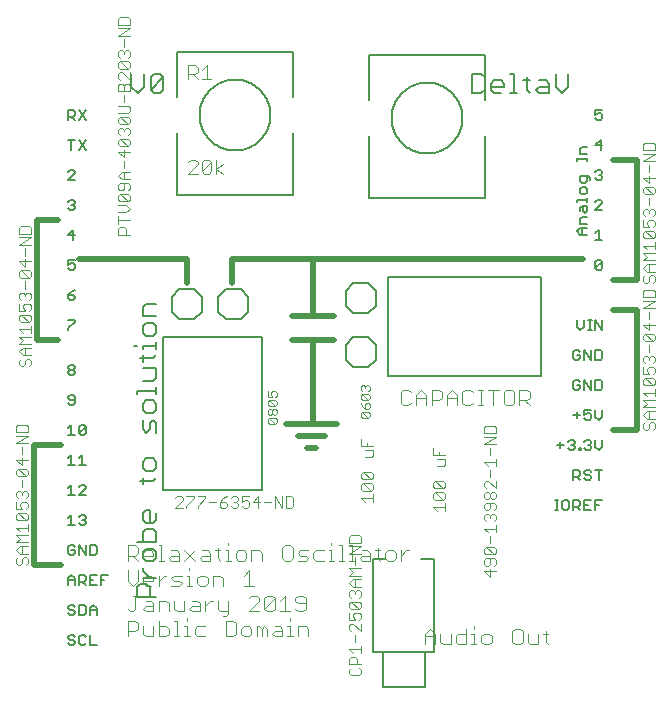
<source format=gto>
G75*
%MOIN*%
%OFA0B0*%
%FSLAX25Y25*%
%IPPOS*%
%LPD*%
%AMOC8*
5,1,8,0,0,1.08239X$1,22.5*
%
%ADD10C,0.02000*%
%ADD11C,0.00300*%
%ADD12C,0.00400*%
%ADD13C,0.00600*%
%ADD14C,0.00800*%
%ADD15C,0.00500*%
D10*
X0036000Y0127524D02*
X0036000Y0167524D01*
X0045000Y0167524D01*
X0044000Y0202524D02*
X0037000Y0202524D01*
X0037000Y0242524D01*
X0044000Y0242524D01*
X0051000Y0229524D02*
X0087000Y0229524D01*
X0087000Y0221524D01*
X0102000Y0221524D02*
X0102000Y0229524D01*
X0129000Y0229524D01*
X0219000Y0229524D01*
X0229000Y0222524D02*
X0237000Y0222524D01*
X0237000Y0262524D01*
X0229000Y0262524D01*
X0229000Y0212524D02*
X0237000Y0212524D01*
X0237000Y0172524D01*
X0229000Y0172524D01*
X0137000Y0174524D02*
X0120000Y0174524D01*
X0124000Y0170524D02*
X0133000Y0170524D01*
X0130000Y0166524D02*
X0127000Y0166524D01*
X0129000Y0175524D02*
X0129000Y0202524D01*
X0136000Y0202524D01*
X0129000Y0202524D02*
X0122000Y0202524D01*
X0122000Y0210524D02*
X0129000Y0210524D01*
X0136000Y0210524D01*
X0129000Y0210524D02*
X0129000Y0229524D01*
X0045000Y0127524D02*
X0036000Y0127524D01*
D11*
X0033850Y0128291D02*
X0033850Y0129525D01*
X0033233Y0130142D01*
X0032616Y0130142D01*
X0031998Y0129525D01*
X0031998Y0128291D01*
X0031381Y0127674D01*
X0030764Y0127674D01*
X0030147Y0128291D01*
X0030147Y0129525D01*
X0030764Y0130142D01*
X0031381Y0131357D02*
X0030147Y0132591D01*
X0031381Y0133826D01*
X0033850Y0133826D01*
X0033850Y0135040D02*
X0030147Y0135040D01*
X0031381Y0136274D01*
X0030147Y0137509D01*
X0033850Y0137509D01*
X0033850Y0138723D02*
X0033850Y0141192D01*
X0033850Y0139957D02*
X0030147Y0139957D01*
X0031381Y0138723D01*
X0030764Y0142406D02*
X0030147Y0143023D01*
X0030147Y0144258D01*
X0030764Y0144875D01*
X0033233Y0142406D01*
X0033850Y0143023D01*
X0033850Y0144258D01*
X0033233Y0144875D01*
X0030764Y0144875D01*
X0030147Y0146089D02*
X0031998Y0146089D01*
X0031381Y0147324D01*
X0031381Y0147941D01*
X0031998Y0148558D01*
X0033233Y0148558D01*
X0033850Y0147941D01*
X0033850Y0146707D01*
X0033233Y0146089D01*
X0030147Y0146089D02*
X0030147Y0148558D01*
X0030764Y0149772D02*
X0030147Y0150390D01*
X0030147Y0151624D01*
X0030764Y0152241D01*
X0031381Y0152241D01*
X0031998Y0151624D01*
X0032616Y0152241D01*
X0033233Y0152241D01*
X0033850Y0151624D01*
X0033850Y0150390D01*
X0033233Y0149772D01*
X0031998Y0151007D02*
X0031998Y0151624D01*
X0031998Y0153456D02*
X0031998Y0155924D01*
X0030764Y0157139D02*
X0030147Y0157756D01*
X0030147Y0158990D01*
X0030764Y0159608D01*
X0033233Y0157139D01*
X0033850Y0157756D01*
X0033850Y0158990D01*
X0033233Y0159608D01*
X0030764Y0159608D01*
X0031998Y0160822D02*
X0031998Y0163291D01*
X0031998Y0164505D02*
X0031998Y0166974D01*
X0030147Y0168188D02*
X0033850Y0170657D01*
X0030147Y0170657D01*
X0030147Y0171871D02*
X0030147Y0173723D01*
X0030764Y0174340D01*
X0033233Y0174340D01*
X0033850Y0173723D01*
X0033850Y0171871D01*
X0030147Y0171871D01*
X0030147Y0168188D02*
X0033850Y0168188D01*
X0033850Y0162673D02*
X0030147Y0162673D01*
X0031998Y0160822D01*
X0033233Y0157139D02*
X0030764Y0157139D01*
X0030764Y0142406D02*
X0033233Y0142406D01*
X0031998Y0133826D02*
X0031998Y0131357D01*
X0031381Y0131357D02*
X0033850Y0131357D01*
X0033850Y0128291D02*
X0033233Y0127674D01*
X0083150Y0146674D02*
X0085619Y0149142D01*
X0085619Y0149760D01*
X0085002Y0150377D01*
X0083767Y0150377D01*
X0083150Y0149760D01*
X0083150Y0146674D02*
X0085619Y0146674D01*
X0086833Y0146674D02*
X0086833Y0147291D01*
X0089302Y0149760D01*
X0089302Y0150377D01*
X0086833Y0150377D01*
X0090516Y0150377D02*
X0092985Y0150377D01*
X0092985Y0149760D01*
X0090516Y0147291D01*
X0090516Y0146674D01*
X0094199Y0148525D02*
X0096668Y0148525D01*
X0097883Y0148525D02*
X0099734Y0148525D01*
X0100351Y0147908D01*
X0100351Y0147291D01*
X0099734Y0146674D01*
X0098500Y0146674D01*
X0097883Y0147291D01*
X0097883Y0148525D01*
X0099117Y0149760D01*
X0100351Y0150377D01*
X0101566Y0149760D02*
X0102183Y0150377D01*
X0103417Y0150377D01*
X0104034Y0149760D01*
X0104034Y0149142D01*
X0103417Y0148525D01*
X0104034Y0147908D01*
X0104034Y0147291D01*
X0103417Y0146674D01*
X0102183Y0146674D01*
X0101566Y0147291D01*
X0102800Y0148525D02*
X0103417Y0148525D01*
X0105249Y0148525D02*
X0106483Y0149142D01*
X0107100Y0149142D01*
X0107718Y0148525D01*
X0107718Y0147291D01*
X0107100Y0146674D01*
X0105866Y0146674D01*
X0105249Y0147291D01*
X0105249Y0148525D02*
X0105249Y0150377D01*
X0107718Y0150377D01*
X0108932Y0148525D02*
X0111401Y0148525D01*
X0112615Y0148525D02*
X0115084Y0148525D01*
X0116298Y0146674D02*
X0116298Y0150377D01*
X0118767Y0146674D01*
X0118767Y0150377D01*
X0119981Y0150377D02*
X0121833Y0150377D01*
X0122450Y0149760D01*
X0122450Y0147291D01*
X0121833Y0146674D01*
X0119981Y0146674D01*
X0119981Y0150377D01*
X0110784Y0150377D02*
X0110784Y0146674D01*
X0108932Y0148525D02*
X0110784Y0150377D01*
X0114431Y0174674D02*
X0113948Y0175157D01*
X0113948Y0176125D01*
X0114431Y0176609D01*
X0116366Y0174674D01*
X0116850Y0175157D01*
X0116850Y0176125D01*
X0116366Y0176609D01*
X0114431Y0176609D01*
X0114431Y0177620D02*
X0114915Y0177620D01*
X0115399Y0178104D01*
X0115399Y0179071D01*
X0115883Y0179555D01*
X0116366Y0179555D01*
X0116850Y0179071D01*
X0116850Y0178104D01*
X0116366Y0177620D01*
X0115883Y0177620D01*
X0115399Y0178104D01*
X0115399Y0179071D02*
X0114915Y0179555D01*
X0114431Y0179555D01*
X0113948Y0179071D01*
X0113948Y0178104D01*
X0114431Y0177620D01*
X0114431Y0174674D02*
X0116366Y0174674D01*
X0116366Y0180567D02*
X0114431Y0180567D01*
X0113948Y0181050D01*
X0113948Y0182018D01*
X0114431Y0182502D01*
X0116366Y0180567D01*
X0116850Y0181050D01*
X0116850Y0182018D01*
X0116366Y0182502D01*
X0114431Y0182502D01*
X0113948Y0183513D02*
X0115399Y0183513D01*
X0114915Y0184481D01*
X0114915Y0184964D01*
X0115399Y0185448D01*
X0116366Y0185448D01*
X0116850Y0184964D01*
X0116850Y0183997D01*
X0116366Y0183513D01*
X0113948Y0183513D02*
X0113948Y0185448D01*
X0144948Y0185997D02*
X0144948Y0186964D01*
X0145431Y0187448D01*
X0145915Y0187448D01*
X0146399Y0186964D01*
X0146883Y0187448D01*
X0147366Y0187448D01*
X0147850Y0186964D01*
X0147850Y0185997D01*
X0147366Y0185513D01*
X0147366Y0184502D02*
X0145431Y0184502D01*
X0147366Y0182567D01*
X0147850Y0183050D01*
X0147850Y0184018D01*
X0147366Y0184502D01*
X0145431Y0184502D02*
X0144948Y0184018D01*
X0144948Y0183050D01*
X0145431Y0182567D01*
X0147366Y0182567D01*
X0147366Y0181555D02*
X0146883Y0181555D01*
X0146399Y0181071D01*
X0146399Y0179620D01*
X0147366Y0179620D01*
X0147850Y0180104D01*
X0147850Y0181071D01*
X0147366Y0181555D01*
X0145431Y0180588D02*
X0146399Y0179620D01*
X0145431Y0180588D02*
X0144948Y0181555D01*
X0145431Y0178609D02*
X0147366Y0176674D01*
X0147850Y0177157D01*
X0147850Y0178125D01*
X0147366Y0178609D01*
X0145431Y0178609D01*
X0144948Y0178125D01*
X0144948Y0177157D01*
X0145431Y0176674D01*
X0147366Y0176674D01*
X0145147Y0169558D02*
X0145147Y0167089D01*
X0148850Y0167089D01*
X0148850Y0165875D02*
X0146381Y0165875D01*
X0146998Y0167089D02*
X0146998Y0168324D01*
X0148850Y0165875D02*
X0148850Y0164023D01*
X0148233Y0163406D01*
X0146381Y0163406D01*
X0145764Y0158509D02*
X0145147Y0157891D01*
X0145147Y0156657D01*
X0145764Y0156040D01*
X0148233Y0156040D01*
X0145764Y0158509D01*
X0148233Y0158509D01*
X0148850Y0157891D01*
X0148850Y0156657D01*
X0148233Y0156040D01*
X0148233Y0154826D02*
X0148850Y0154208D01*
X0148850Y0152974D01*
X0148233Y0152357D01*
X0145764Y0154826D01*
X0148233Y0154826D01*
X0145764Y0154826D02*
X0145147Y0154208D01*
X0145147Y0152974D01*
X0145764Y0152357D01*
X0148233Y0152357D01*
X0148850Y0151142D02*
X0148850Y0148674D01*
X0148850Y0149908D02*
X0145147Y0149908D01*
X0146381Y0148674D01*
X0144233Y0137459D02*
X0141764Y0137459D01*
X0141147Y0136842D01*
X0141147Y0134990D01*
X0144850Y0134990D01*
X0144850Y0136842D01*
X0144233Y0137459D01*
X0144850Y0133776D02*
X0141147Y0133776D01*
X0141147Y0131307D02*
X0144850Y0133776D01*
X0144850Y0131307D02*
X0141147Y0131307D01*
X0142998Y0130093D02*
X0142998Y0127624D01*
X0141147Y0126410D02*
X0144850Y0126410D01*
X0144850Y0123941D02*
X0141147Y0123941D01*
X0142381Y0125175D01*
X0141147Y0126410D01*
X0142381Y0122727D02*
X0144850Y0122727D01*
X0142998Y0122727D02*
X0142998Y0120258D01*
X0142381Y0120258D02*
X0144850Y0120258D01*
X0144233Y0119043D02*
X0144850Y0118426D01*
X0144850Y0117192D01*
X0144233Y0116575D01*
X0144233Y0115360D02*
X0141764Y0115360D01*
X0144233Y0112892D01*
X0144850Y0113509D01*
X0144850Y0114743D01*
X0144233Y0115360D01*
X0144233Y0112892D02*
X0141764Y0112892D01*
X0141147Y0113509D01*
X0141147Y0114743D01*
X0141764Y0115360D01*
X0141764Y0116575D02*
X0141147Y0117192D01*
X0141147Y0118426D01*
X0141764Y0119043D01*
X0142381Y0119043D01*
X0142998Y0118426D01*
X0143616Y0119043D01*
X0144233Y0119043D01*
X0142998Y0118426D02*
X0142998Y0117809D01*
X0142381Y0120258D02*
X0141147Y0121492D01*
X0142381Y0122727D01*
X0142998Y0111677D02*
X0142381Y0111060D01*
X0142381Y0110443D01*
X0142998Y0109208D01*
X0141147Y0109208D01*
X0141147Y0111677D01*
X0142998Y0111677D02*
X0144233Y0111677D01*
X0144850Y0111060D01*
X0144850Y0109826D01*
X0144233Y0109208D01*
X0144850Y0107994D02*
X0144850Y0105525D01*
X0142381Y0107994D01*
X0141764Y0107994D01*
X0141147Y0107377D01*
X0141147Y0106142D01*
X0141764Y0105525D01*
X0142998Y0104311D02*
X0142998Y0101842D01*
X0144850Y0100628D02*
X0144850Y0098159D01*
X0144850Y0099393D02*
X0141147Y0099393D01*
X0142381Y0098159D01*
X0141764Y0096945D02*
X0142998Y0096945D01*
X0143616Y0096327D01*
X0143616Y0094476D01*
X0144850Y0094476D02*
X0141147Y0094476D01*
X0141147Y0096327D01*
X0141764Y0096945D01*
X0141764Y0093261D02*
X0141147Y0092644D01*
X0141147Y0091410D01*
X0141764Y0090793D01*
X0144233Y0090793D01*
X0144850Y0091410D01*
X0144850Y0092644D01*
X0144233Y0093261D01*
X0186147Y0125525D02*
X0187998Y0123674D01*
X0187998Y0126142D01*
X0187381Y0127357D02*
X0187998Y0127974D01*
X0187998Y0129826D01*
X0186764Y0129826D02*
X0189233Y0129826D01*
X0189850Y0129208D01*
X0189850Y0127974D01*
X0189233Y0127357D01*
X0187381Y0127357D02*
X0186764Y0127357D01*
X0186147Y0127974D01*
X0186147Y0129208D01*
X0186764Y0129826D01*
X0186764Y0131040D02*
X0186147Y0131657D01*
X0186147Y0132891D01*
X0186764Y0133509D01*
X0189233Y0131040D01*
X0189850Y0131657D01*
X0189850Y0132891D01*
X0189233Y0133509D01*
X0186764Y0133509D01*
X0187998Y0134723D02*
X0187998Y0137192D01*
X0187381Y0138406D02*
X0186147Y0139641D01*
X0189850Y0139641D01*
X0189850Y0140875D02*
X0189850Y0138406D01*
X0189233Y0142089D02*
X0189850Y0142707D01*
X0189850Y0143941D01*
X0189233Y0144558D01*
X0188616Y0144558D01*
X0187998Y0143941D01*
X0187998Y0143324D01*
X0187998Y0143941D02*
X0187381Y0144558D01*
X0186764Y0144558D01*
X0186147Y0143941D01*
X0186147Y0142707D01*
X0186764Y0142089D01*
X0186764Y0145772D02*
X0187381Y0145772D01*
X0187998Y0146390D01*
X0187998Y0148241D01*
X0186764Y0148241D02*
X0189233Y0148241D01*
X0189850Y0147624D01*
X0189850Y0146390D01*
X0189233Y0145772D01*
X0186764Y0145772D02*
X0186147Y0146390D01*
X0186147Y0147624D01*
X0186764Y0148241D01*
X0186764Y0149456D02*
X0187381Y0149456D01*
X0187998Y0150073D01*
X0187998Y0151307D01*
X0188616Y0151924D01*
X0189233Y0151924D01*
X0189850Y0151307D01*
X0189850Y0150073D01*
X0189233Y0149456D01*
X0188616Y0149456D01*
X0187998Y0150073D01*
X0187998Y0151307D02*
X0187381Y0151924D01*
X0186764Y0151924D01*
X0186147Y0151307D01*
X0186147Y0150073D01*
X0186764Y0149456D01*
X0186764Y0153139D02*
X0186147Y0153756D01*
X0186147Y0154990D01*
X0186764Y0155608D01*
X0187381Y0155608D01*
X0189850Y0153139D01*
X0189850Y0155608D01*
X0187998Y0156822D02*
X0187998Y0159291D01*
X0187381Y0160505D02*
X0186147Y0161739D01*
X0189850Y0161739D01*
X0189850Y0160505D02*
X0189850Y0162974D01*
X0187998Y0164188D02*
X0187998Y0166657D01*
X0186147Y0167871D02*
X0189850Y0170340D01*
X0186147Y0170340D01*
X0186147Y0171555D02*
X0186147Y0173406D01*
X0186764Y0174023D01*
X0189233Y0174023D01*
X0189850Y0173406D01*
X0189850Y0171555D01*
X0186147Y0171555D01*
X0186147Y0167871D02*
X0189850Y0167871D01*
X0172850Y0164089D02*
X0169147Y0164089D01*
X0169147Y0166558D01*
X0170998Y0165324D02*
X0170998Y0164089D01*
X0170381Y0162875D02*
X0172850Y0162875D01*
X0172850Y0161023D01*
X0172233Y0160406D01*
X0170381Y0160406D01*
X0169764Y0155509D02*
X0172233Y0153040D01*
X0172850Y0153657D01*
X0172850Y0154891D01*
X0172233Y0155509D01*
X0169764Y0155509D01*
X0169147Y0154891D01*
X0169147Y0153657D01*
X0169764Y0153040D01*
X0172233Y0153040D01*
X0172233Y0151826D02*
X0172850Y0151208D01*
X0172850Y0149974D01*
X0172233Y0149357D01*
X0169764Y0151826D01*
X0172233Y0151826D01*
X0169764Y0151826D02*
X0169147Y0151208D01*
X0169147Y0149974D01*
X0169764Y0149357D01*
X0172233Y0149357D01*
X0172850Y0148142D02*
X0172850Y0145674D01*
X0172850Y0146908D02*
X0169147Y0146908D01*
X0170381Y0145674D01*
X0186764Y0131040D02*
X0189233Y0131040D01*
X0189850Y0125525D02*
X0186147Y0125525D01*
X0145431Y0185513D02*
X0144948Y0185997D01*
X0146399Y0186481D02*
X0146399Y0186964D01*
X0067850Y0237674D02*
X0064147Y0237674D01*
X0064147Y0239525D01*
X0064764Y0240142D01*
X0065998Y0240142D01*
X0066616Y0239525D01*
X0066616Y0237674D01*
X0064147Y0241357D02*
X0064147Y0243826D01*
X0064147Y0245040D02*
X0066616Y0245040D01*
X0067850Y0246274D01*
X0066616Y0247509D01*
X0064147Y0247509D01*
X0064764Y0248723D02*
X0064147Y0249340D01*
X0064147Y0250575D01*
X0064764Y0251192D01*
X0067233Y0248723D01*
X0067850Y0249340D01*
X0067850Y0250575D01*
X0067233Y0251192D01*
X0064764Y0251192D01*
X0064764Y0252406D02*
X0065381Y0252406D01*
X0065998Y0253023D01*
X0065998Y0254875D01*
X0065998Y0256089D02*
X0065998Y0258558D01*
X0065381Y0258558D02*
X0067850Y0258558D01*
X0065998Y0259772D02*
X0065998Y0262241D01*
X0065998Y0263456D02*
X0065998Y0265924D01*
X0064764Y0267139D02*
X0064147Y0267756D01*
X0064147Y0268990D01*
X0064764Y0269608D01*
X0067233Y0267139D01*
X0067850Y0267756D01*
X0067850Y0268990D01*
X0067233Y0269608D01*
X0064764Y0269608D01*
X0064764Y0270822D02*
X0064147Y0271439D01*
X0064147Y0272673D01*
X0064764Y0273291D01*
X0065381Y0273291D01*
X0065998Y0272673D01*
X0066616Y0273291D01*
X0067233Y0273291D01*
X0067850Y0272673D01*
X0067850Y0271439D01*
X0067233Y0270822D01*
X0065998Y0272056D02*
X0065998Y0272673D01*
X0064764Y0274505D02*
X0064147Y0275122D01*
X0064147Y0276357D01*
X0064764Y0276974D01*
X0067233Y0274505D01*
X0067850Y0275122D01*
X0067850Y0276357D01*
X0067233Y0276974D01*
X0064764Y0276974D01*
X0064147Y0278188D02*
X0067233Y0278188D01*
X0067850Y0278805D01*
X0067850Y0280040D01*
X0067233Y0280657D01*
X0064147Y0280657D01*
X0065998Y0281871D02*
X0065998Y0284340D01*
X0065998Y0285555D02*
X0065998Y0287406D01*
X0066616Y0288023D01*
X0067233Y0288023D01*
X0067850Y0287406D01*
X0067850Y0285555D01*
X0064147Y0285555D01*
X0064147Y0287406D01*
X0064764Y0288023D01*
X0065381Y0288023D01*
X0065998Y0287406D01*
X0064764Y0289238D02*
X0064147Y0289855D01*
X0064147Y0291089D01*
X0064764Y0291706D01*
X0065381Y0291706D01*
X0067850Y0289238D01*
X0067850Y0291706D01*
X0067233Y0292921D02*
X0064764Y0295390D01*
X0067233Y0295390D01*
X0067850Y0294772D01*
X0067850Y0293538D01*
X0067233Y0292921D01*
X0064764Y0292921D01*
X0064147Y0293538D01*
X0064147Y0294772D01*
X0064764Y0295390D01*
X0064764Y0296604D02*
X0064147Y0297221D01*
X0064147Y0298456D01*
X0064764Y0299073D01*
X0065381Y0299073D01*
X0065998Y0298456D01*
X0066616Y0299073D01*
X0067233Y0299073D01*
X0067850Y0298456D01*
X0067850Y0297221D01*
X0067233Y0296604D01*
X0065998Y0297838D02*
X0065998Y0298456D01*
X0065998Y0300287D02*
X0065998Y0302756D01*
X0064147Y0303970D02*
X0067850Y0306439D01*
X0064147Y0306439D01*
X0064147Y0307653D02*
X0064147Y0309505D01*
X0064764Y0310122D01*
X0067233Y0310122D01*
X0067850Y0309505D01*
X0067850Y0307653D01*
X0064147Y0307653D01*
X0064147Y0303970D02*
X0067850Y0303970D01*
X0067233Y0274505D02*
X0064764Y0274505D01*
X0064764Y0267139D02*
X0067233Y0267139D01*
X0067850Y0265307D02*
X0064147Y0265307D01*
X0065998Y0263456D01*
X0065381Y0258558D02*
X0064147Y0257324D01*
X0065381Y0256089D01*
X0067850Y0256089D01*
X0067233Y0254875D02*
X0064764Y0254875D01*
X0064147Y0254258D01*
X0064147Y0253023D01*
X0064764Y0252406D01*
X0067233Y0252406D02*
X0067850Y0253023D01*
X0067850Y0254258D01*
X0067233Y0254875D01*
X0067233Y0248723D02*
X0064764Y0248723D01*
X0064147Y0242591D02*
X0067850Y0242591D01*
X0034850Y0239842D02*
X0034850Y0237990D01*
X0031147Y0237990D01*
X0031147Y0239842D01*
X0031764Y0240459D01*
X0034233Y0240459D01*
X0034850Y0239842D01*
X0034850Y0236776D02*
X0031147Y0236776D01*
X0031147Y0234307D02*
X0034850Y0236776D01*
X0034850Y0234307D02*
X0031147Y0234307D01*
X0032998Y0233093D02*
X0032998Y0230624D01*
X0032998Y0229410D02*
X0032998Y0226941D01*
X0031147Y0228793D01*
X0034850Y0228793D01*
X0034233Y0225727D02*
X0034850Y0225109D01*
X0034850Y0223875D01*
X0034233Y0223258D01*
X0031764Y0225727D01*
X0034233Y0225727D01*
X0031764Y0225727D02*
X0031147Y0225109D01*
X0031147Y0223875D01*
X0031764Y0223258D01*
X0034233Y0223258D01*
X0032998Y0222043D02*
X0032998Y0219575D01*
X0032381Y0218360D02*
X0031764Y0218360D01*
X0031147Y0217743D01*
X0031147Y0216509D01*
X0031764Y0215892D01*
X0031147Y0214677D02*
X0031147Y0212208D01*
X0032998Y0212208D01*
X0032381Y0213443D01*
X0032381Y0214060D01*
X0032998Y0214677D01*
X0034233Y0214677D01*
X0034850Y0214060D01*
X0034850Y0212826D01*
X0034233Y0212208D01*
X0034233Y0210994D02*
X0034850Y0210377D01*
X0034850Y0209142D01*
X0034233Y0208525D01*
X0031764Y0210994D01*
X0034233Y0210994D01*
X0034233Y0208525D02*
X0031764Y0208525D01*
X0031147Y0209142D01*
X0031147Y0210377D01*
X0031764Y0210994D01*
X0034233Y0215892D02*
X0034850Y0216509D01*
X0034850Y0217743D01*
X0034233Y0218360D01*
X0033616Y0218360D01*
X0032998Y0217743D01*
X0032998Y0217126D01*
X0032998Y0217743D02*
X0032381Y0218360D01*
X0034850Y0207311D02*
X0034850Y0204842D01*
X0034850Y0203628D02*
X0031147Y0203628D01*
X0032381Y0202393D01*
X0031147Y0201159D01*
X0034850Y0201159D01*
X0034850Y0199945D02*
X0032381Y0199945D01*
X0031147Y0198710D01*
X0032381Y0197476D01*
X0034850Y0197476D01*
X0034233Y0196261D02*
X0034850Y0195644D01*
X0034850Y0194410D01*
X0034233Y0193793D01*
X0032998Y0194410D02*
X0032381Y0193793D01*
X0031764Y0193793D01*
X0031147Y0194410D01*
X0031147Y0195644D01*
X0031764Y0196261D01*
X0032998Y0195644D02*
X0033616Y0196261D01*
X0034233Y0196261D01*
X0032998Y0195644D02*
X0032998Y0194410D01*
X0032998Y0197476D02*
X0032998Y0199945D01*
X0032381Y0204842D02*
X0031147Y0206077D01*
X0034850Y0206077D01*
X0239147Y0207673D02*
X0240998Y0205822D01*
X0240998Y0208291D01*
X0240998Y0209505D02*
X0240998Y0211974D01*
X0239147Y0213188D02*
X0242850Y0215657D01*
X0239147Y0215657D01*
X0239147Y0216871D02*
X0239147Y0218723D01*
X0239764Y0219340D01*
X0242233Y0219340D01*
X0242850Y0218723D01*
X0242850Y0216871D01*
X0239147Y0216871D01*
X0239764Y0221674D02*
X0240381Y0221674D01*
X0240998Y0222291D01*
X0240998Y0223525D01*
X0241616Y0224142D01*
X0242233Y0224142D01*
X0242850Y0223525D01*
X0242850Y0222291D01*
X0242233Y0221674D01*
X0239764Y0221674D02*
X0239147Y0222291D01*
X0239147Y0223525D01*
X0239764Y0224142D01*
X0240381Y0225357D02*
X0239147Y0226591D01*
X0240381Y0227826D01*
X0242850Y0227826D01*
X0242850Y0229040D02*
X0239147Y0229040D01*
X0240381Y0230274D01*
X0239147Y0231509D01*
X0242850Y0231509D01*
X0242850Y0232723D02*
X0242850Y0235192D01*
X0242850Y0233957D02*
X0239147Y0233957D01*
X0240381Y0232723D01*
X0239764Y0236406D02*
X0239147Y0237023D01*
X0239147Y0238258D01*
X0239764Y0238875D01*
X0242233Y0236406D01*
X0242850Y0237023D01*
X0242850Y0238258D01*
X0242233Y0238875D01*
X0239764Y0238875D01*
X0239147Y0240089D02*
X0240998Y0240089D01*
X0240381Y0241324D01*
X0240381Y0241941D01*
X0240998Y0242558D01*
X0242233Y0242558D01*
X0242850Y0241941D01*
X0242850Y0240707D01*
X0242233Y0240089D01*
X0239147Y0240089D02*
X0239147Y0242558D01*
X0239764Y0243772D02*
X0239147Y0244390D01*
X0239147Y0245624D01*
X0239764Y0246241D01*
X0240381Y0246241D01*
X0240998Y0245624D01*
X0241616Y0246241D01*
X0242233Y0246241D01*
X0242850Y0245624D01*
X0242850Y0244390D01*
X0242233Y0243772D01*
X0240998Y0245007D02*
X0240998Y0245624D01*
X0240998Y0247456D02*
X0240998Y0249924D01*
X0239764Y0251139D02*
X0239147Y0251756D01*
X0239147Y0252990D01*
X0239764Y0253608D01*
X0242233Y0251139D01*
X0242850Y0251756D01*
X0242850Y0252990D01*
X0242233Y0253608D01*
X0239764Y0253608D01*
X0240998Y0254822D02*
X0240998Y0257291D01*
X0240998Y0258505D02*
X0240998Y0260974D01*
X0239147Y0262188D02*
X0242850Y0264657D01*
X0239147Y0264657D01*
X0239147Y0265871D02*
X0239147Y0267723D01*
X0239764Y0268340D01*
X0242233Y0268340D01*
X0242850Y0267723D01*
X0242850Y0265871D01*
X0239147Y0265871D01*
X0239147Y0262188D02*
X0242850Y0262188D01*
X0242850Y0256673D02*
X0239147Y0256673D01*
X0240998Y0254822D01*
X0242233Y0251139D02*
X0239764Y0251139D01*
X0239764Y0236406D02*
X0242233Y0236406D01*
X0240998Y0227826D02*
X0240998Y0225357D01*
X0240381Y0225357D02*
X0242850Y0225357D01*
X0242850Y0213188D02*
X0239147Y0213188D01*
X0239147Y0207673D02*
X0242850Y0207673D01*
X0242233Y0204608D02*
X0239764Y0204608D01*
X0242233Y0202139D01*
X0242850Y0202756D01*
X0242850Y0203990D01*
X0242233Y0204608D01*
X0239764Y0204608D02*
X0239147Y0203990D01*
X0239147Y0202756D01*
X0239764Y0202139D01*
X0242233Y0202139D01*
X0240998Y0200924D02*
X0240998Y0198456D01*
X0240381Y0197241D02*
X0240998Y0196624D01*
X0241616Y0197241D01*
X0242233Y0197241D01*
X0242850Y0196624D01*
X0242850Y0195390D01*
X0242233Y0194772D01*
X0242233Y0193558D02*
X0240998Y0193558D01*
X0240381Y0192941D01*
X0240381Y0192324D01*
X0240998Y0191089D01*
X0239147Y0191089D01*
X0239147Y0193558D01*
X0239764Y0194772D02*
X0239147Y0195390D01*
X0239147Y0196624D01*
X0239764Y0197241D01*
X0240381Y0197241D01*
X0240998Y0196624D02*
X0240998Y0196007D01*
X0242233Y0193558D02*
X0242850Y0192941D01*
X0242850Y0191707D01*
X0242233Y0191089D01*
X0242233Y0189875D02*
X0242850Y0189258D01*
X0242850Y0188023D01*
X0242233Y0187406D01*
X0239764Y0189875D01*
X0242233Y0189875D01*
X0242233Y0187406D02*
X0239764Y0187406D01*
X0239147Y0188023D01*
X0239147Y0189258D01*
X0239764Y0189875D01*
X0242850Y0186192D02*
X0242850Y0183723D01*
X0242850Y0182509D02*
X0239147Y0182509D01*
X0240381Y0181274D01*
X0239147Y0180040D01*
X0242850Y0180040D01*
X0242850Y0178826D02*
X0240381Y0178826D01*
X0239147Y0177591D01*
X0240381Y0176357D01*
X0242850Y0176357D01*
X0242233Y0175142D02*
X0242850Y0174525D01*
X0242850Y0173291D01*
X0242233Y0172674D01*
X0240998Y0173291D02*
X0240998Y0174525D01*
X0241616Y0175142D01*
X0242233Y0175142D01*
X0240998Y0176357D02*
X0240998Y0178826D01*
X0240381Y0183723D02*
X0239147Y0184957D01*
X0242850Y0184957D01*
X0239764Y0175142D02*
X0239147Y0174525D01*
X0239147Y0173291D01*
X0239764Y0172674D01*
X0240381Y0172674D01*
X0240998Y0173291D01*
D12*
X0201202Y0180724D02*
X0199467Y0182458D01*
X0200335Y0182458D02*
X0197732Y0182458D01*
X0197732Y0180724D02*
X0197732Y0185928D01*
X0200335Y0185928D01*
X0201202Y0185061D01*
X0201202Y0183326D01*
X0200335Y0182458D01*
X0196046Y0181591D02*
X0196046Y0185061D01*
X0195178Y0185928D01*
X0193443Y0185928D01*
X0192576Y0185061D01*
X0192576Y0181591D01*
X0193443Y0180724D01*
X0195178Y0180724D01*
X0196046Y0181591D01*
X0190889Y0185928D02*
X0187420Y0185928D01*
X0185717Y0185928D02*
X0183982Y0185928D01*
X0184849Y0185928D02*
X0184849Y0180724D01*
X0183982Y0180724D02*
X0185717Y0180724D01*
X0189154Y0180724D02*
X0189154Y0185928D01*
X0182295Y0185061D02*
X0181428Y0185928D01*
X0179693Y0185928D01*
X0178826Y0185061D01*
X0178826Y0181591D01*
X0179693Y0180724D01*
X0181428Y0180724D01*
X0182295Y0181591D01*
X0177139Y0180724D02*
X0177139Y0184193D01*
X0175404Y0185928D01*
X0173669Y0184193D01*
X0173669Y0180724D01*
X0173669Y0183326D02*
X0177139Y0183326D01*
X0171982Y0183326D02*
X0171115Y0182458D01*
X0168513Y0182458D01*
X0168513Y0180724D02*
X0168513Y0185928D01*
X0171115Y0185928D01*
X0171982Y0185061D01*
X0171982Y0183326D01*
X0166826Y0183326D02*
X0163356Y0183326D01*
X0163356Y0184193D02*
X0165091Y0185928D01*
X0166826Y0184193D01*
X0166826Y0180724D01*
X0163356Y0180724D02*
X0163356Y0184193D01*
X0161670Y0185061D02*
X0160802Y0185928D01*
X0159067Y0185928D01*
X0158200Y0185061D01*
X0158200Y0181591D01*
X0159067Y0180724D01*
X0160802Y0180724D01*
X0161670Y0181591D01*
X0135101Y0134995D02*
X0135101Y0134128D01*
X0135101Y0132393D02*
X0135101Y0128924D01*
X0135968Y0128924D02*
X0134233Y0128924D01*
X0132546Y0128924D02*
X0129944Y0128924D01*
X0129077Y0129791D01*
X0129077Y0131526D01*
X0129944Y0132393D01*
X0132546Y0132393D01*
X0134233Y0132393D02*
X0135101Y0132393D01*
X0137671Y0134128D02*
X0138538Y0134128D01*
X0138538Y0128924D01*
X0137671Y0128924D02*
X0139406Y0128924D01*
X0141108Y0128924D02*
X0142843Y0128924D01*
X0141976Y0128924D02*
X0141976Y0134128D01*
X0141108Y0134128D01*
X0145413Y0132393D02*
X0147148Y0132393D01*
X0148016Y0131526D01*
X0148016Y0128924D01*
X0145413Y0128924D01*
X0144546Y0129791D01*
X0145413Y0130658D01*
X0148016Y0130658D01*
X0149702Y0132393D02*
X0151437Y0132393D01*
X0150570Y0133261D02*
X0150570Y0129791D01*
X0151437Y0128924D01*
X0153140Y0129791D02*
X0154007Y0128924D01*
X0155742Y0128924D01*
X0156610Y0129791D01*
X0156610Y0131526D01*
X0155742Y0132393D01*
X0154007Y0132393D01*
X0153140Y0131526D01*
X0153140Y0129791D01*
X0158296Y0128924D02*
X0158296Y0132393D01*
X0158296Y0130658D02*
X0160031Y0132393D01*
X0160899Y0132393D01*
X0167965Y0106328D02*
X0166230Y0104593D01*
X0166230Y0101124D01*
X0166230Y0103726D02*
X0169700Y0103726D01*
X0169700Y0104593D02*
X0169700Y0101124D01*
X0171386Y0101991D02*
X0171386Y0104593D01*
X0169700Y0104593D02*
X0167965Y0106328D01*
X0171386Y0101991D02*
X0172254Y0101124D01*
X0174856Y0101124D01*
X0174856Y0104593D01*
X0176543Y0103726D02*
X0176543Y0101991D01*
X0177410Y0101124D01*
X0180012Y0101124D01*
X0180012Y0106328D01*
X0180012Y0104593D02*
X0177410Y0104593D01*
X0176543Y0103726D01*
X0181699Y0104593D02*
X0182567Y0104593D01*
X0182567Y0101124D01*
X0183434Y0101124D02*
X0181699Y0101124D01*
X0182567Y0106328D02*
X0182567Y0107195D01*
X0186004Y0104593D02*
X0185137Y0103726D01*
X0185137Y0101991D01*
X0186004Y0101124D01*
X0187739Y0101124D01*
X0188606Y0101991D01*
X0188606Y0103726D01*
X0187739Y0104593D01*
X0186004Y0104593D01*
X0195450Y0105461D02*
X0195450Y0101991D01*
X0196317Y0101124D01*
X0198052Y0101124D01*
X0198919Y0101991D01*
X0198919Y0105461D01*
X0198052Y0106328D01*
X0196317Y0106328D01*
X0195450Y0105461D01*
X0200606Y0104593D02*
X0200606Y0101991D01*
X0201473Y0101124D01*
X0204076Y0101124D01*
X0204076Y0104593D01*
X0205762Y0104593D02*
X0207497Y0104593D01*
X0206630Y0105461D02*
X0206630Y0101991D01*
X0207497Y0101124D01*
X0127390Y0103724D02*
X0127390Y0106326D01*
X0126523Y0107193D01*
X0123920Y0107193D01*
X0123920Y0103724D01*
X0122218Y0103724D02*
X0120483Y0103724D01*
X0121350Y0103724D02*
X0121350Y0107193D01*
X0120483Y0107193D01*
X0118796Y0106326D02*
X0118796Y0103724D01*
X0116194Y0103724D01*
X0115326Y0104591D01*
X0116194Y0105458D01*
X0118796Y0105458D01*
X0118796Y0106326D02*
X0117929Y0107193D01*
X0116194Y0107193D01*
X0113640Y0106326D02*
X0113640Y0103724D01*
X0111905Y0103724D02*
X0111905Y0106326D01*
X0112772Y0107193D01*
X0113640Y0106326D01*
X0111905Y0106326D02*
X0111037Y0107193D01*
X0110170Y0107193D01*
X0110170Y0103724D01*
X0108483Y0104591D02*
X0108483Y0106326D01*
X0107616Y0107193D01*
X0105881Y0107193D01*
X0105014Y0106326D01*
X0105014Y0104591D01*
X0105881Y0103724D01*
X0107616Y0103724D01*
X0108483Y0104591D01*
X0107592Y0112124D02*
X0111061Y0115593D01*
X0111061Y0116461D01*
X0110194Y0117328D01*
X0108459Y0117328D01*
X0107592Y0116461D01*
X0107608Y0120524D02*
X0107608Y0125728D01*
X0105873Y0123993D01*
X0105873Y0120524D02*
X0109343Y0120524D01*
X0112748Y0116461D02*
X0113616Y0117328D01*
X0115350Y0117328D01*
X0116218Y0116461D01*
X0112748Y0112991D01*
X0113616Y0112124D01*
X0115350Y0112124D01*
X0116218Y0112991D01*
X0116218Y0116461D01*
X0117905Y0115593D02*
X0119639Y0117328D01*
X0119639Y0112124D01*
X0117905Y0112124D02*
X0121374Y0112124D01*
X0123061Y0112991D02*
X0123928Y0112124D01*
X0125663Y0112124D01*
X0126531Y0112991D01*
X0126531Y0116461D01*
X0125663Y0117328D01*
X0123928Y0117328D01*
X0123061Y0116461D01*
X0123061Y0115593D01*
X0123928Y0114726D01*
X0126531Y0114726D01*
X0121350Y0109795D02*
X0121350Y0108928D01*
X0112748Y0112991D02*
X0112748Y0116461D01*
X0111061Y0112124D02*
X0107592Y0112124D01*
X0103327Y0108061D02*
X0103327Y0104591D01*
X0102459Y0103724D01*
X0099857Y0103724D01*
X0099857Y0108928D01*
X0102459Y0108928D01*
X0103327Y0108061D01*
X0100749Y0111256D02*
X0099881Y0110389D01*
X0099014Y0110389D01*
X0100749Y0111256D02*
X0100749Y0115593D01*
X0100749Y0112124D02*
X0098146Y0112124D01*
X0097279Y0112991D01*
X0097279Y0115593D01*
X0095584Y0115593D02*
X0094717Y0115593D01*
X0092982Y0113858D01*
X0091295Y0113858D02*
X0088693Y0113858D01*
X0087826Y0112991D01*
X0088693Y0112124D01*
X0091295Y0112124D01*
X0091295Y0114726D01*
X0090428Y0115593D01*
X0088693Y0115593D01*
X0086139Y0115593D02*
X0086139Y0112124D01*
X0083537Y0112124D01*
X0082669Y0112991D01*
X0082669Y0115593D01*
X0080982Y0114726D02*
X0080982Y0112124D01*
X0080982Y0114726D02*
X0080115Y0115593D01*
X0077513Y0115593D01*
X0077513Y0112124D01*
X0075826Y0112124D02*
X0075826Y0114726D01*
X0074959Y0115593D01*
X0073224Y0115593D01*
X0073224Y0113858D02*
X0075826Y0113858D01*
X0075826Y0112124D02*
X0073224Y0112124D01*
X0072356Y0112991D01*
X0073224Y0113858D01*
X0069802Y0112991D02*
X0069802Y0117328D01*
X0068935Y0117328D02*
X0070670Y0117328D01*
X0068935Y0120524D02*
X0070670Y0122258D01*
X0070670Y0125728D01*
X0073224Y0123993D02*
X0074959Y0123993D01*
X0075826Y0123126D01*
X0075826Y0122258D01*
X0072356Y0122258D01*
X0072356Y0121391D02*
X0072356Y0123126D01*
X0073224Y0123993D01*
X0072356Y0121391D02*
X0073224Y0120524D01*
X0074959Y0120524D01*
X0077513Y0120524D02*
X0077513Y0123993D01*
X0077513Y0122258D02*
X0079248Y0123993D01*
X0080115Y0123993D01*
X0081810Y0123126D02*
X0082677Y0122258D01*
X0084412Y0122258D01*
X0085279Y0121391D01*
X0084412Y0120524D01*
X0081810Y0120524D01*
X0081810Y0123126D02*
X0082677Y0123993D01*
X0085279Y0123993D01*
X0086966Y0123993D02*
X0087834Y0123993D01*
X0087834Y0120524D01*
X0088701Y0120524D02*
X0086966Y0120524D01*
X0090404Y0121391D02*
X0090404Y0123126D01*
X0091271Y0123993D01*
X0093006Y0123993D01*
X0093873Y0123126D01*
X0093873Y0121391D01*
X0093006Y0120524D01*
X0091271Y0120524D01*
X0090404Y0121391D01*
X0087834Y0125728D02*
X0087834Y0126595D01*
X0086107Y0128924D02*
X0089576Y0132393D01*
X0092131Y0132393D02*
X0093865Y0132393D01*
X0094733Y0131526D01*
X0094733Y0128924D01*
X0092131Y0128924D01*
X0091263Y0129791D01*
X0092131Y0130658D01*
X0094733Y0130658D01*
X0096420Y0132393D02*
X0098154Y0132393D01*
X0097287Y0133261D02*
X0097287Y0129791D01*
X0098154Y0128924D01*
X0099857Y0128924D02*
X0101592Y0128924D01*
X0100725Y0128924D02*
X0100725Y0132393D01*
X0099857Y0132393D01*
X0100725Y0134128D02*
X0100725Y0134995D01*
X0104162Y0132393D02*
X0103295Y0131526D01*
X0103295Y0129791D01*
X0104162Y0128924D01*
X0105897Y0128924D01*
X0106764Y0129791D01*
X0106764Y0131526D01*
X0105897Y0132393D01*
X0104162Y0132393D01*
X0108451Y0132393D02*
X0108451Y0128924D01*
X0108451Y0132393D02*
X0111053Y0132393D01*
X0111921Y0131526D01*
X0111921Y0128924D01*
X0118764Y0129791D02*
X0119631Y0128924D01*
X0121366Y0128924D01*
X0122234Y0129791D01*
X0122234Y0133261D01*
X0121366Y0134128D01*
X0119631Y0134128D01*
X0118764Y0133261D01*
X0118764Y0129791D01*
X0123920Y0128924D02*
X0126523Y0128924D01*
X0127390Y0129791D01*
X0126523Y0130658D01*
X0124788Y0130658D01*
X0123920Y0131526D01*
X0124788Y0132393D01*
X0127390Y0132393D01*
X0099030Y0123126D02*
X0099030Y0120524D01*
X0099030Y0123126D02*
X0098162Y0123993D01*
X0095560Y0123993D01*
X0095560Y0120524D01*
X0092982Y0115593D02*
X0092982Y0112124D01*
X0093014Y0107193D02*
X0090412Y0107193D01*
X0089544Y0106326D01*
X0089544Y0104591D01*
X0090412Y0103724D01*
X0093014Y0103724D01*
X0087842Y0103724D02*
X0086107Y0103724D01*
X0086974Y0103724D02*
X0086974Y0107193D01*
X0086107Y0107193D01*
X0086974Y0108928D02*
X0086974Y0109795D01*
X0083537Y0108928D02*
X0083537Y0103724D01*
X0084404Y0103724D02*
X0082669Y0103724D01*
X0080982Y0104591D02*
X0080982Y0106326D01*
X0080115Y0107193D01*
X0077513Y0107193D01*
X0075826Y0107193D02*
X0075826Y0103724D01*
X0073224Y0103724D01*
X0072356Y0104591D01*
X0072356Y0107193D01*
X0070670Y0106326D02*
X0069802Y0105458D01*
X0067200Y0105458D01*
X0067200Y0103724D02*
X0067200Y0108928D01*
X0069802Y0108928D01*
X0070670Y0108061D01*
X0070670Y0106326D01*
X0068935Y0112124D02*
X0069802Y0112991D01*
X0068935Y0112124D02*
X0068067Y0112124D01*
X0067200Y0112991D01*
X0068935Y0120524D02*
X0067200Y0122258D01*
X0067200Y0125728D01*
X0067200Y0128924D02*
X0067200Y0134128D01*
X0069802Y0134128D01*
X0070670Y0133261D01*
X0070670Y0131526D01*
X0069802Y0130658D01*
X0067200Y0130658D01*
X0068935Y0130658D02*
X0070670Y0128924D01*
X0072356Y0129791D02*
X0072356Y0131526D01*
X0073224Y0132393D01*
X0074959Y0132393D01*
X0075826Y0131526D01*
X0075826Y0130658D01*
X0072356Y0130658D01*
X0072356Y0129791D02*
X0073224Y0128924D01*
X0074959Y0128924D01*
X0077513Y0128924D02*
X0079248Y0128924D01*
X0078380Y0128924D02*
X0078380Y0134128D01*
X0077513Y0134128D01*
X0081818Y0130658D02*
X0080950Y0129791D01*
X0081818Y0128924D01*
X0084420Y0128924D01*
X0084420Y0131526D01*
X0083553Y0132393D01*
X0081818Y0132393D01*
X0081818Y0130658D02*
X0084420Y0130658D01*
X0086107Y0132393D02*
X0089576Y0128924D01*
X0083537Y0108928D02*
X0082669Y0108928D01*
X0080982Y0104591D02*
X0080115Y0103724D01*
X0077513Y0103724D01*
X0077513Y0108928D01*
X0087452Y0258039D02*
X0090521Y0261108D01*
X0090521Y0261875D01*
X0089754Y0262643D01*
X0088219Y0262643D01*
X0087452Y0261875D01*
X0087452Y0258039D02*
X0090521Y0258039D01*
X0092056Y0258806D02*
X0092056Y0261875D01*
X0092823Y0262643D01*
X0094358Y0262643D01*
X0095125Y0261875D01*
X0092056Y0258806D01*
X0092823Y0258039D01*
X0094358Y0258039D01*
X0095125Y0258806D01*
X0095125Y0261875D01*
X0096660Y0262643D02*
X0096660Y0258039D01*
X0096660Y0259573D02*
X0098962Y0261108D01*
X0096660Y0259573D02*
X0098962Y0258039D01*
X0095125Y0289535D02*
X0092056Y0289535D01*
X0093591Y0289535D02*
X0093591Y0294139D01*
X0092056Y0292604D01*
X0090521Y0293371D02*
X0090521Y0291837D01*
X0089754Y0291069D01*
X0087452Y0291069D01*
X0087452Y0289535D02*
X0087452Y0294139D01*
X0089754Y0294139D01*
X0090521Y0293371D01*
X0088987Y0291069D02*
X0090521Y0289535D01*
D13*
X0047300Y0101391D02*
X0047867Y0100824D01*
X0049001Y0100824D01*
X0049569Y0101391D01*
X0049569Y0101958D01*
X0049001Y0102525D01*
X0047867Y0102525D01*
X0047300Y0103092D01*
X0047300Y0103659D01*
X0047867Y0104227D01*
X0049001Y0104227D01*
X0049569Y0103659D01*
X0050983Y0103659D02*
X0050983Y0101391D01*
X0051550Y0100824D01*
X0052685Y0100824D01*
X0053252Y0101391D01*
X0054666Y0100824D02*
X0054666Y0104227D01*
X0053252Y0103659D02*
X0052685Y0104227D01*
X0051550Y0104227D01*
X0050983Y0103659D01*
X0054666Y0100824D02*
X0056935Y0100824D01*
X0056935Y0110824D02*
X0056935Y0113092D01*
X0055801Y0114227D01*
X0054666Y0113092D01*
X0054666Y0110824D01*
X0053252Y0111391D02*
X0053252Y0113659D01*
X0052685Y0114227D01*
X0050983Y0114227D01*
X0050983Y0110824D01*
X0052685Y0110824D01*
X0053252Y0111391D01*
X0054666Y0112525D02*
X0056935Y0112525D01*
X0049569Y0111958D02*
X0049569Y0111391D01*
X0049001Y0110824D01*
X0047867Y0110824D01*
X0047300Y0111391D01*
X0047867Y0112525D02*
X0049001Y0112525D01*
X0049569Y0111958D01*
X0049569Y0113659D02*
X0049001Y0114227D01*
X0047867Y0114227D01*
X0047300Y0113659D01*
X0047300Y0113092D01*
X0047867Y0112525D01*
X0047300Y0120824D02*
X0047300Y0123092D01*
X0048434Y0124227D01*
X0049569Y0123092D01*
X0049569Y0120824D01*
X0050983Y0120824D02*
X0050983Y0124227D01*
X0052685Y0124227D01*
X0053252Y0123659D01*
X0053252Y0122525D01*
X0052685Y0121958D01*
X0050983Y0121958D01*
X0052117Y0121958D02*
X0053252Y0120824D01*
X0054666Y0120824D02*
X0054666Y0124227D01*
X0056935Y0124227D01*
X0058349Y0124227D02*
X0060618Y0124227D01*
X0059484Y0122525D02*
X0058349Y0122525D01*
X0058349Y0120824D02*
X0058349Y0124227D01*
X0055801Y0122525D02*
X0054666Y0122525D01*
X0054666Y0120824D02*
X0056935Y0120824D01*
X0049569Y0122525D02*
X0047300Y0122525D01*
X0047867Y0130824D02*
X0049001Y0130824D01*
X0049569Y0131391D01*
X0049569Y0132525D01*
X0048434Y0132525D01*
X0047300Y0133659D02*
X0047300Y0131391D01*
X0047867Y0130824D01*
X0047300Y0133659D02*
X0047867Y0134227D01*
X0049001Y0134227D01*
X0049569Y0133659D01*
X0050983Y0134227D02*
X0053252Y0130824D01*
X0053252Y0134227D01*
X0054666Y0134227D02*
X0054666Y0130824D01*
X0056368Y0130824D01*
X0056935Y0131391D01*
X0056935Y0133659D01*
X0056368Y0134227D01*
X0054666Y0134227D01*
X0050983Y0134227D02*
X0050983Y0130824D01*
X0051550Y0140824D02*
X0050983Y0141391D01*
X0051550Y0140824D02*
X0052685Y0140824D01*
X0053252Y0141391D01*
X0053252Y0141958D01*
X0052685Y0142525D01*
X0052117Y0142525D01*
X0052685Y0142525D02*
X0053252Y0143092D01*
X0053252Y0143659D01*
X0052685Y0144227D01*
X0051550Y0144227D01*
X0050983Y0143659D01*
X0048434Y0144227D02*
X0048434Y0140824D01*
X0047300Y0140824D02*
X0049569Y0140824D01*
X0047300Y0143092D02*
X0048434Y0144227D01*
X0048434Y0150824D02*
X0048434Y0154227D01*
X0047300Y0153092D01*
X0047300Y0150824D02*
X0049569Y0150824D01*
X0050983Y0150824D02*
X0053252Y0153092D01*
X0053252Y0153659D01*
X0052685Y0154227D01*
X0051550Y0154227D01*
X0050983Y0153659D01*
X0050983Y0150824D02*
X0053252Y0150824D01*
X0053252Y0160824D02*
X0050983Y0160824D01*
X0052117Y0160824D02*
X0052117Y0164227D01*
X0050983Y0163092D01*
X0049569Y0160824D02*
X0047300Y0160824D01*
X0048434Y0160824D02*
X0048434Y0164227D01*
X0047300Y0163092D01*
X0047300Y0170824D02*
X0049569Y0170824D01*
X0048434Y0170824D02*
X0048434Y0174227D01*
X0047300Y0173092D01*
X0050983Y0173659D02*
X0050983Y0171391D01*
X0053252Y0173659D01*
X0053252Y0171391D01*
X0052685Y0170824D01*
X0051550Y0170824D01*
X0050983Y0171391D01*
X0050983Y0173659D02*
X0051550Y0174227D01*
X0052685Y0174227D01*
X0053252Y0173659D01*
X0049001Y0180824D02*
X0049569Y0181391D01*
X0049569Y0183659D01*
X0049001Y0184227D01*
X0047867Y0184227D01*
X0047300Y0183659D01*
X0047300Y0183092D01*
X0047867Y0182525D01*
X0049569Y0182525D01*
X0049001Y0180824D02*
X0047867Y0180824D01*
X0047300Y0181391D01*
X0047867Y0190824D02*
X0047300Y0191391D01*
X0047300Y0191958D01*
X0047867Y0192525D01*
X0049001Y0192525D01*
X0049569Y0191958D01*
X0049569Y0191391D01*
X0049001Y0190824D01*
X0047867Y0190824D01*
X0047867Y0192525D02*
X0047300Y0193092D01*
X0047300Y0193659D01*
X0047867Y0194227D01*
X0049001Y0194227D01*
X0049569Y0193659D01*
X0049569Y0193092D01*
X0049001Y0192525D01*
X0047300Y0205824D02*
X0047300Y0206391D01*
X0049569Y0208659D01*
X0049569Y0209227D01*
X0047300Y0209227D01*
X0047867Y0215824D02*
X0049001Y0215824D01*
X0049569Y0216391D01*
X0049569Y0216958D01*
X0049001Y0217525D01*
X0047300Y0217525D01*
X0047300Y0216391D01*
X0047867Y0215824D01*
X0047300Y0217525D02*
X0048434Y0218659D01*
X0049569Y0219227D01*
X0049001Y0225824D02*
X0047867Y0225824D01*
X0047300Y0226391D01*
X0047300Y0227525D02*
X0048434Y0228092D01*
X0049001Y0228092D01*
X0049569Y0227525D01*
X0049569Y0226391D01*
X0049001Y0225824D01*
X0047300Y0227525D02*
X0047300Y0229227D01*
X0049569Y0229227D01*
X0049001Y0235824D02*
X0049001Y0239227D01*
X0047300Y0237525D01*
X0049569Y0237525D01*
X0049001Y0245824D02*
X0047867Y0245824D01*
X0047300Y0246391D01*
X0048434Y0247525D02*
X0049001Y0247525D01*
X0049569Y0246958D01*
X0049569Y0246391D01*
X0049001Y0245824D01*
X0049001Y0247525D02*
X0049569Y0248092D01*
X0049569Y0248659D01*
X0049001Y0249227D01*
X0047867Y0249227D01*
X0047300Y0248659D01*
X0047300Y0255824D02*
X0049569Y0258092D01*
X0049569Y0258659D01*
X0049001Y0259227D01*
X0047867Y0259227D01*
X0047300Y0258659D01*
X0047300Y0255824D02*
X0049569Y0255824D01*
X0048434Y0265824D02*
X0048434Y0269227D01*
X0047300Y0269227D02*
X0049569Y0269227D01*
X0050983Y0269227D02*
X0053252Y0265824D01*
X0050983Y0265824D02*
X0053252Y0269227D01*
X0053252Y0275824D02*
X0050983Y0279227D01*
X0049569Y0278659D02*
X0049569Y0277525D01*
X0049001Y0276958D01*
X0047300Y0276958D01*
X0048434Y0276958D02*
X0049569Y0275824D01*
X0050983Y0275824D02*
X0053252Y0279227D01*
X0049569Y0278659D02*
X0049001Y0279227D01*
X0047300Y0279227D01*
X0047300Y0275824D01*
X0068409Y0286959D02*
X0070544Y0284824D01*
X0072679Y0286959D01*
X0072679Y0291229D01*
X0074854Y0290162D02*
X0074854Y0285891D01*
X0079125Y0290162D01*
X0079125Y0285891D01*
X0078057Y0284824D01*
X0075922Y0284824D01*
X0074854Y0285891D01*
X0074854Y0290162D02*
X0075922Y0291229D01*
X0078057Y0291229D01*
X0079125Y0290162D01*
X0068409Y0291229D02*
X0068409Y0286959D01*
X0073497Y0214648D02*
X0076700Y0214648D01*
X0076700Y0210378D02*
X0072430Y0210378D01*
X0072430Y0213581D01*
X0073497Y0214648D01*
X0073497Y0208203D02*
X0072430Y0207135D01*
X0072430Y0205000D01*
X0073497Y0203932D01*
X0075632Y0203932D01*
X0076700Y0205000D01*
X0076700Y0207135D01*
X0075632Y0208203D01*
X0073497Y0208203D01*
X0076700Y0201771D02*
X0076700Y0199635D01*
X0076700Y0200703D02*
X0072430Y0200703D01*
X0072430Y0199635D01*
X0072430Y0197474D02*
X0072430Y0195338D01*
X0071362Y0196406D02*
X0075632Y0196406D01*
X0076700Y0197474D01*
X0076700Y0193163D02*
X0072430Y0193163D01*
X0072430Y0188893D02*
X0075632Y0188893D01*
X0076700Y0189961D01*
X0076700Y0193163D01*
X0076700Y0186731D02*
X0076700Y0184596D01*
X0076700Y0185664D02*
X0070295Y0185664D01*
X0070295Y0184596D01*
X0073497Y0182421D02*
X0072430Y0181353D01*
X0072430Y0179218D01*
X0073497Y0178150D01*
X0075632Y0178150D01*
X0076700Y0179218D01*
X0076700Y0181353D01*
X0075632Y0182421D01*
X0073497Y0182421D01*
X0072430Y0175975D02*
X0072430Y0172773D01*
X0073497Y0171705D01*
X0074565Y0172773D01*
X0074565Y0174908D01*
X0075632Y0175975D01*
X0076700Y0174908D01*
X0076700Y0171705D01*
X0075632Y0163084D02*
X0073497Y0163084D01*
X0072430Y0162017D01*
X0072430Y0159882D01*
X0073497Y0158814D01*
X0075632Y0158814D01*
X0076700Y0159882D01*
X0076700Y0162017D01*
X0075632Y0163084D01*
X0076700Y0156652D02*
X0075632Y0155585D01*
X0071362Y0155585D01*
X0072430Y0156652D02*
X0072430Y0154517D01*
X0073497Y0145896D02*
X0074565Y0145896D01*
X0074565Y0141626D01*
X0075632Y0141626D02*
X0073497Y0141626D01*
X0072430Y0142694D01*
X0072430Y0144829D01*
X0073497Y0145896D01*
X0076700Y0142694D02*
X0075632Y0141626D01*
X0076700Y0142694D02*
X0076700Y0144829D01*
X0075632Y0139451D02*
X0073497Y0139451D01*
X0072430Y0138383D01*
X0072430Y0135180D01*
X0070295Y0135180D02*
X0076700Y0135180D01*
X0076700Y0138383D01*
X0075632Y0139451D01*
X0075632Y0133005D02*
X0073497Y0133005D01*
X0072430Y0131938D01*
X0072430Y0129803D01*
X0073497Y0128735D01*
X0075632Y0128735D01*
X0076700Y0129803D01*
X0076700Y0131938D01*
X0075632Y0133005D01*
X0072430Y0126566D02*
X0072430Y0125499D01*
X0074565Y0123364D01*
X0076700Y0123364D02*
X0072430Y0123364D01*
X0073497Y0121189D02*
X0071362Y0121189D01*
X0070295Y0120121D01*
X0070295Y0116918D01*
X0076700Y0116918D01*
X0074565Y0116918D02*
X0074565Y0120121D01*
X0073497Y0121189D01*
X0070295Y0200703D02*
X0069227Y0200703D01*
X0181924Y0284824D02*
X0185127Y0284824D01*
X0186194Y0285891D01*
X0186194Y0290162D01*
X0185127Y0291229D01*
X0181924Y0291229D01*
X0181924Y0284824D01*
X0188369Y0285891D02*
X0189437Y0284824D01*
X0191572Y0284824D01*
X0192640Y0286959D02*
X0188369Y0286959D01*
X0188369Y0288026D02*
X0189437Y0289094D01*
X0191572Y0289094D01*
X0192640Y0288026D01*
X0192640Y0286959D01*
X0194815Y0284824D02*
X0196950Y0284824D01*
X0195883Y0284824D02*
X0195883Y0291229D01*
X0194815Y0291229D01*
X0199112Y0289094D02*
X0201247Y0289094D01*
X0200180Y0290162D02*
X0200180Y0285891D01*
X0201247Y0284824D01*
X0203409Y0285891D02*
X0204477Y0286959D01*
X0207679Y0286959D01*
X0207679Y0288026D02*
X0207679Y0284824D01*
X0204477Y0284824D01*
X0203409Y0285891D01*
X0204477Y0289094D02*
X0206612Y0289094D01*
X0207679Y0288026D01*
X0209854Y0286959D02*
X0211990Y0284824D01*
X0214125Y0286959D01*
X0214125Y0291229D01*
X0209854Y0291229D02*
X0209854Y0286959D01*
X0223167Y0279227D02*
X0223167Y0277525D01*
X0224301Y0278092D01*
X0224868Y0278092D01*
X0225435Y0277525D01*
X0225435Y0276391D01*
X0224868Y0275824D01*
X0223734Y0275824D01*
X0223167Y0276391D01*
X0223167Y0279227D02*
X0225435Y0279227D01*
X0224868Y0269227D02*
X0223167Y0267525D01*
X0225435Y0267525D01*
X0224868Y0265824D02*
X0224868Y0269227D01*
X0220250Y0266909D02*
X0218549Y0266909D01*
X0217981Y0266342D01*
X0217981Y0264640D01*
X0220250Y0264640D01*
X0220250Y0263319D02*
X0220250Y0262185D01*
X0220250Y0262752D02*
X0216847Y0262752D01*
X0216847Y0262185D02*
X0216847Y0263319D01*
X0217981Y0257087D02*
X0217981Y0255386D01*
X0218549Y0254819D01*
X0219683Y0254819D01*
X0220250Y0255386D01*
X0220250Y0257087D01*
X0220817Y0257087D02*
X0217981Y0257087D01*
X0220817Y0257087D02*
X0221384Y0256520D01*
X0221384Y0255953D01*
X0223167Y0256391D02*
X0223734Y0255824D01*
X0224868Y0255824D01*
X0225435Y0256391D01*
X0225435Y0256958D01*
X0224868Y0257525D01*
X0224301Y0257525D01*
X0224868Y0257525D02*
X0225435Y0258092D01*
X0225435Y0258659D01*
X0224868Y0259227D01*
X0223734Y0259227D01*
X0223167Y0258659D01*
X0219683Y0253404D02*
X0218549Y0253404D01*
X0217981Y0252837D01*
X0217981Y0251703D01*
X0218549Y0251136D01*
X0219683Y0251136D01*
X0220250Y0251703D01*
X0220250Y0252837D01*
X0219683Y0253404D01*
X0220250Y0249814D02*
X0220250Y0248680D01*
X0220250Y0249247D02*
X0216847Y0249247D01*
X0216847Y0248680D01*
X0218549Y0247266D02*
X0220250Y0247266D01*
X0220250Y0245564D01*
X0219683Y0244997D01*
X0219116Y0245564D01*
X0219116Y0247266D01*
X0218549Y0247266D02*
X0217981Y0246698D01*
X0217981Y0245564D01*
X0218549Y0243582D02*
X0220250Y0243582D01*
X0218549Y0243582D02*
X0217981Y0243015D01*
X0217981Y0241314D01*
X0220250Y0241314D01*
X0220250Y0239899D02*
X0217981Y0239899D01*
X0216847Y0238765D01*
X0217981Y0237631D01*
X0220250Y0237631D01*
X0218549Y0237631D02*
X0218549Y0239899D01*
X0223167Y0238092D02*
X0224301Y0239227D01*
X0224301Y0235824D01*
X0223167Y0235824D02*
X0225435Y0235824D01*
X0224868Y0229227D02*
X0223734Y0229227D01*
X0223167Y0228659D01*
X0223167Y0226391D01*
X0225435Y0228659D01*
X0225435Y0226391D01*
X0224868Y0225824D01*
X0223734Y0225824D01*
X0223167Y0226391D01*
X0225435Y0228659D02*
X0224868Y0229227D01*
X0225435Y0245824D02*
X0223167Y0245824D01*
X0225435Y0248092D01*
X0225435Y0248659D01*
X0224868Y0249227D01*
X0223734Y0249227D01*
X0223167Y0248659D01*
X0223167Y0209227D02*
X0225435Y0205824D01*
X0225435Y0209227D01*
X0223167Y0209227D02*
X0223167Y0205824D01*
X0221846Y0205824D02*
X0220711Y0205824D01*
X0221279Y0205824D02*
X0221279Y0209227D01*
X0221846Y0209227D02*
X0220711Y0209227D01*
X0219297Y0209227D02*
X0219297Y0206958D01*
X0218163Y0205824D01*
X0217028Y0206958D01*
X0217028Y0209227D01*
X0217502Y0199227D02*
X0216368Y0199227D01*
X0215801Y0198659D01*
X0215801Y0196391D01*
X0216368Y0195824D01*
X0217502Y0195824D01*
X0218069Y0196391D01*
X0218069Y0197525D01*
X0216935Y0197525D01*
X0218069Y0198659D02*
X0217502Y0199227D01*
X0219484Y0199227D02*
X0221752Y0195824D01*
X0221752Y0199227D01*
X0223167Y0199227D02*
X0223167Y0195824D01*
X0224868Y0195824D01*
X0225435Y0196391D01*
X0225435Y0198659D01*
X0224868Y0199227D01*
X0223167Y0199227D01*
X0219484Y0199227D02*
X0219484Y0195824D01*
X0219484Y0189227D02*
X0221752Y0185824D01*
X0221752Y0189227D01*
X0223167Y0189227D02*
X0223167Y0185824D01*
X0224868Y0185824D01*
X0225435Y0186391D01*
X0225435Y0188659D01*
X0224868Y0189227D01*
X0223167Y0189227D01*
X0219484Y0189227D02*
X0219484Y0185824D01*
X0218069Y0186391D02*
X0218069Y0187525D01*
X0216935Y0187525D01*
X0218069Y0186391D02*
X0217502Y0185824D01*
X0216368Y0185824D01*
X0215801Y0186391D01*
X0215801Y0188659D01*
X0216368Y0189227D01*
X0217502Y0189227D01*
X0218069Y0188659D01*
X0219484Y0179227D02*
X0219484Y0177525D01*
X0220618Y0178092D01*
X0221185Y0178092D01*
X0221752Y0177525D01*
X0221752Y0176391D01*
X0221185Y0175824D01*
X0220051Y0175824D01*
X0219484Y0176391D01*
X0218069Y0177525D02*
X0215801Y0177525D01*
X0216935Y0178659D02*
X0216935Y0176391D01*
X0219484Y0179227D02*
X0221752Y0179227D01*
X0223167Y0179227D02*
X0223167Y0176958D01*
X0224301Y0175824D01*
X0225435Y0176958D01*
X0225435Y0179227D01*
X0225435Y0169227D02*
X0225435Y0166958D01*
X0224301Y0165824D01*
X0223167Y0166958D01*
X0223167Y0169227D01*
X0221752Y0168659D02*
X0221752Y0168092D01*
X0221185Y0167525D01*
X0221752Y0166958D01*
X0221752Y0166391D01*
X0221185Y0165824D01*
X0220051Y0165824D01*
X0219484Y0166391D01*
X0218209Y0166391D02*
X0218209Y0165824D01*
X0217642Y0165824D01*
X0217642Y0166391D01*
X0218209Y0166391D01*
X0216228Y0166391D02*
X0215660Y0165824D01*
X0214526Y0165824D01*
X0213959Y0166391D01*
X0215093Y0167525D02*
X0215660Y0167525D01*
X0216228Y0166958D01*
X0216228Y0166391D01*
X0215660Y0167525D02*
X0216228Y0168092D01*
X0216228Y0168659D01*
X0215660Y0169227D01*
X0214526Y0169227D01*
X0213959Y0168659D01*
X0212544Y0167525D02*
X0210276Y0167525D01*
X0211410Y0168659D02*
X0211410Y0166391D01*
X0215801Y0159227D02*
X0217502Y0159227D01*
X0218069Y0158659D01*
X0218069Y0157525D01*
X0217502Y0156958D01*
X0215801Y0156958D01*
X0216935Y0156958D02*
X0218069Y0155824D01*
X0219484Y0156391D02*
X0220051Y0155824D01*
X0221185Y0155824D01*
X0221752Y0156391D01*
X0221752Y0156958D01*
X0221185Y0157525D01*
X0220051Y0157525D01*
X0219484Y0158092D01*
X0219484Y0158659D01*
X0220051Y0159227D01*
X0221185Y0159227D01*
X0221752Y0158659D01*
X0223167Y0159227D02*
X0225435Y0159227D01*
X0224301Y0159227D02*
X0224301Y0155824D01*
X0223167Y0149227D02*
X0225435Y0149227D01*
X0224301Y0147525D02*
X0223167Y0147525D01*
X0223167Y0145824D02*
X0223167Y0149227D01*
X0221752Y0149227D02*
X0219484Y0149227D01*
X0219484Y0145824D01*
X0221752Y0145824D01*
X0220618Y0147525D02*
X0219484Y0147525D01*
X0218069Y0147525D02*
X0217502Y0146958D01*
X0215801Y0146958D01*
X0216935Y0146958D02*
X0218069Y0145824D01*
X0218069Y0147525D02*
X0218069Y0148659D01*
X0217502Y0149227D01*
X0215801Y0149227D01*
X0215801Y0145824D01*
X0214386Y0146391D02*
X0214386Y0148659D01*
X0213819Y0149227D01*
X0212685Y0149227D01*
X0212117Y0148659D01*
X0212117Y0146391D01*
X0212685Y0145824D01*
X0213819Y0145824D01*
X0214386Y0146391D01*
X0210796Y0145824D02*
X0209662Y0145824D01*
X0210229Y0145824D02*
X0210229Y0149227D01*
X0209662Y0149227D02*
X0210796Y0149227D01*
X0215801Y0155824D02*
X0215801Y0159227D01*
X0220618Y0167525D02*
X0221185Y0167525D01*
X0221752Y0168659D02*
X0221185Y0169227D01*
X0220051Y0169227D01*
X0219484Y0168659D01*
X0188369Y0285891D02*
X0188369Y0288026D01*
D14*
X0186409Y0282626D02*
X0186409Y0297571D01*
X0147591Y0297571D01*
X0147591Y0282626D01*
X0147591Y0270421D02*
X0147591Y0250028D01*
X0186409Y0250028D01*
X0186409Y0270421D01*
X0147500Y0221524D02*
X0142500Y0221524D01*
X0140000Y0219024D01*
X0140000Y0214024D01*
X0142500Y0211524D01*
X0147500Y0211524D01*
X0150000Y0214024D01*
X0150000Y0219024D01*
X0147500Y0221524D01*
X0147500Y0203524D02*
X0142500Y0203524D01*
X0140000Y0201024D01*
X0140000Y0196024D01*
X0142500Y0193524D01*
X0147500Y0193524D01*
X0150000Y0196024D01*
X0150000Y0201024D01*
X0147500Y0203524D01*
X0107500Y0212024D02*
X0107500Y0217024D01*
X0105000Y0219524D01*
X0100000Y0219524D01*
X0097500Y0217024D01*
X0097500Y0212024D01*
X0100000Y0209524D01*
X0105000Y0209524D01*
X0107500Y0212024D01*
X0092000Y0212024D02*
X0092000Y0217024D01*
X0089500Y0219524D01*
X0084500Y0219524D01*
X0082000Y0217024D01*
X0082000Y0212024D01*
X0084500Y0209524D01*
X0089500Y0209524D01*
X0092000Y0212024D01*
X0083591Y0251028D02*
X0122409Y0251028D01*
X0122409Y0271421D01*
X0122409Y0283626D02*
X0122409Y0298571D01*
X0083591Y0298571D01*
X0083591Y0283626D01*
X0083591Y0271421D02*
X0083591Y0251028D01*
D15*
X0091189Y0277524D02*
X0091193Y0277814D01*
X0091203Y0278104D01*
X0091221Y0278393D01*
X0091246Y0278682D01*
X0091278Y0278970D01*
X0091317Y0279257D01*
X0091363Y0279543D01*
X0091416Y0279828D01*
X0091476Y0280112D01*
X0091543Y0280394D01*
X0091617Y0280674D01*
X0091698Y0280953D01*
X0091785Y0281229D01*
X0091879Y0281503D01*
X0091980Y0281775D01*
X0092088Y0282044D01*
X0092202Y0282310D01*
X0092323Y0282574D01*
X0092450Y0282834D01*
X0092584Y0283092D01*
X0092723Y0283346D01*
X0092869Y0283596D01*
X0093021Y0283843D01*
X0093180Y0284086D01*
X0093344Y0284325D01*
X0093513Y0284560D01*
X0093689Y0284791D01*
X0093870Y0285017D01*
X0094057Y0285239D01*
X0094249Y0285456D01*
X0094446Y0285668D01*
X0094648Y0285876D01*
X0094856Y0286078D01*
X0095068Y0286275D01*
X0095285Y0286467D01*
X0095507Y0286654D01*
X0095733Y0286835D01*
X0095964Y0287011D01*
X0096199Y0287180D01*
X0096438Y0287344D01*
X0096681Y0287503D01*
X0096928Y0287655D01*
X0097178Y0287801D01*
X0097432Y0287940D01*
X0097690Y0288074D01*
X0097950Y0288201D01*
X0098214Y0288322D01*
X0098480Y0288436D01*
X0098749Y0288544D01*
X0099021Y0288645D01*
X0099295Y0288739D01*
X0099571Y0288826D01*
X0099850Y0288907D01*
X0100130Y0288981D01*
X0100412Y0289048D01*
X0100696Y0289108D01*
X0100981Y0289161D01*
X0101267Y0289207D01*
X0101554Y0289246D01*
X0101842Y0289278D01*
X0102131Y0289303D01*
X0102420Y0289321D01*
X0102710Y0289331D01*
X0103000Y0289335D01*
X0103290Y0289331D01*
X0103580Y0289321D01*
X0103869Y0289303D01*
X0104158Y0289278D01*
X0104446Y0289246D01*
X0104733Y0289207D01*
X0105019Y0289161D01*
X0105304Y0289108D01*
X0105588Y0289048D01*
X0105870Y0288981D01*
X0106150Y0288907D01*
X0106429Y0288826D01*
X0106705Y0288739D01*
X0106979Y0288645D01*
X0107251Y0288544D01*
X0107520Y0288436D01*
X0107786Y0288322D01*
X0108050Y0288201D01*
X0108310Y0288074D01*
X0108568Y0287940D01*
X0108822Y0287801D01*
X0109072Y0287655D01*
X0109319Y0287503D01*
X0109562Y0287344D01*
X0109801Y0287180D01*
X0110036Y0287011D01*
X0110267Y0286835D01*
X0110493Y0286654D01*
X0110715Y0286467D01*
X0110932Y0286275D01*
X0111144Y0286078D01*
X0111352Y0285876D01*
X0111554Y0285668D01*
X0111751Y0285456D01*
X0111943Y0285239D01*
X0112130Y0285017D01*
X0112311Y0284791D01*
X0112487Y0284560D01*
X0112656Y0284325D01*
X0112820Y0284086D01*
X0112979Y0283843D01*
X0113131Y0283596D01*
X0113277Y0283346D01*
X0113416Y0283092D01*
X0113550Y0282834D01*
X0113677Y0282574D01*
X0113798Y0282310D01*
X0113912Y0282044D01*
X0114020Y0281775D01*
X0114121Y0281503D01*
X0114215Y0281229D01*
X0114302Y0280953D01*
X0114383Y0280674D01*
X0114457Y0280394D01*
X0114524Y0280112D01*
X0114584Y0279828D01*
X0114637Y0279543D01*
X0114683Y0279257D01*
X0114722Y0278970D01*
X0114754Y0278682D01*
X0114779Y0278393D01*
X0114797Y0278104D01*
X0114807Y0277814D01*
X0114811Y0277524D01*
X0114807Y0277234D01*
X0114797Y0276944D01*
X0114779Y0276655D01*
X0114754Y0276366D01*
X0114722Y0276078D01*
X0114683Y0275791D01*
X0114637Y0275505D01*
X0114584Y0275220D01*
X0114524Y0274936D01*
X0114457Y0274654D01*
X0114383Y0274374D01*
X0114302Y0274095D01*
X0114215Y0273819D01*
X0114121Y0273545D01*
X0114020Y0273273D01*
X0113912Y0273004D01*
X0113798Y0272738D01*
X0113677Y0272474D01*
X0113550Y0272214D01*
X0113416Y0271956D01*
X0113277Y0271702D01*
X0113131Y0271452D01*
X0112979Y0271205D01*
X0112820Y0270962D01*
X0112656Y0270723D01*
X0112487Y0270488D01*
X0112311Y0270257D01*
X0112130Y0270031D01*
X0111943Y0269809D01*
X0111751Y0269592D01*
X0111554Y0269380D01*
X0111352Y0269172D01*
X0111144Y0268970D01*
X0110932Y0268773D01*
X0110715Y0268581D01*
X0110493Y0268394D01*
X0110267Y0268213D01*
X0110036Y0268037D01*
X0109801Y0267868D01*
X0109562Y0267704D01*
X0109319Y0267545D01*
X0109072Y0267393D01*
X0108822Y0267247D01*
X0108568Y0267108D01*
X0108310Y0266974D01*
X0108050Y0266847D01*
X0107786Y0266726D01*
X0107520Y0266612D01*
X0107251Y0266504D01*
X0106979Y0266403D01*
X0106705Y0266309D01*
X0106429Y0266222D01*
X0106150Y0266141D01*
X0105870Y0266067D01*
X0105588Y0266000D01*
X0105304Y0265940D01*
X0105019Y0265887D01*
X0104733Y0265841D01*
X0104446Y0265802D01*
X0104158Y0265770D01*
X0103869Y0265745D01*
X0103580Y0265727D01*
X0103290Y0265717D01*
X0103000Y0265713D01*
X0102710Y0265717D01*
X0102420Y0265727D01*
X0102131Y0265745D01*
X0101842Y0265770D01*
X0101554Y0265802D01*
X0101267Y0265841D01*
X0100981Y0265887D01*
X0100696Y0265940D01*
X0100412Y0266000D01*
X0100130Y0266067D01*
X0099850Y0266141D01*
X0099571Y0266222D01*
X0099295Y0266309D01*
X0099021Y0266403D01*
X0098749Y0266504D01*
X0098480Y0266612D01*
X0098214Y0266726D01*
X0097950Y0266847D01*
X0097690Y0266974D01*
X0097432Y0267108D01*
X0097178Y0267247D01*
X0096928Y0267393D01*
X0096681Y0267545D01*
X0096438Y0267704D01*
X0096199Y0267868D01*
X0095964Y0268037D01*
X0095733Y0268213D01*
X0095507Y0268394D01*
X0095285Y0268581D01*
X0095068Y0268773D01*
X0094856Y0268970D01*
X0094648Y0269172D01*
X0094446Y0269380D01*
X0094249Y0269592D01*
X0094057Y0269809D01*
X0093870Y0270031D01*
X0093689Y0270257D01*
X0093513Y0270488D01*
X0093344Y0270723D01*
X0093180Y0270962D01*
X0093021Y0271205D01*
X0092869Y0271452D01*
X0092723Y0271702D01*
X0092584Y0271956D01*
X0092450Y0272214D01*
X0092323Y0272474D01*
X0092202Y0272738D01*
X0092088Y0273004D01*
X0091980Y0273273D01*
X0091879Y0273545D01*
X0091785Y0273819D01*
X0091698Y0274095D01*
X0091617Y0274374D01*
X0091543Y0274654D01*
X0091476Y0274936D01*
X0091416Y0275220D01*
X0091363Y0275505D01*
X0091317Y0275791D01*
X0091278Y0276078D01*
X0091246Y0276366D01*
X0091221Y0276655D01*
X0091203Y0276944D01*
X0091193Y0277234D01*
X0091189Y0277524D01*
X0079000Y0203524D02*
X0112000Y0203524D01*
X0112000Y0152524D01*
X0079000Y0152524D01*
X0079000Y0203524D01*
X0149157Y0129634D02*
X0153094Y0129634D01*
X0149157Y0129634D02*
X0149157Y0098531D01*
X0152307Y0098531D01*
X0152307Y0086720D01*
X0166480Y0086720D01*
X0166480Y0098531D01*
X0169236Y0098531D01*
X0169236Y0129634D01*
X0164906Y0129634D01*
X0166480Y0098531D02*
X0152307Y0098531D01*
X0154000Y0190524D02*
X0154000Y0223524D01*
X0205000Y0223524D01*
X0205000Y0190524D01*
X0154000Y0190524D01*
X0155189Y0276524D02*
X0155193Y0276814D01*
X0155203Y0277104D01*
X0155221Y0277393D01*
X0155246Y0277682D01*
X0155278Y0277970D01*
X0155317Y0278257D01*
X0155363Y0278543D01*
X0155416Y0278828D01*
X0155476Y0279112D01*
X0155543Y0279394D01*
X0155617Y0279674D01*
X0155698Y0279953D01*
X0155785Y0280229D01*
X0155879Y0280503D01*
X0155980Y0280775D01*
X0156088Y0281044D01*
X0156202Y0281310D01*
X0156323Y0281574D01*
X0156450Y0281834D01*
X0156584Y0282092D01*
X0156723Y0282346D01*
X0156869Y0282596D01*
X0157021Y0282843D01*
X0157180Y0283086D01*
X0157344Y0283325D01*
X0157513Y0283560D01*
X0157689Y0283791D01*
X0157870Y0284017D01*
X0158057Y0284239D01*
X0158249Y0284456D01*
X0158446Y0284668D01*
X0158648Y0284876D01*
X0158856Y0285078D01*
X0159068Y0285275D01*
X0159285Y0285467D01*
X0159507Y0285654D01*
X0159733Y0285835D01*
X0159964Y0286011D01*
X0160199Y0286180D01*
X0160438Y0286344D01*
X0160681Y0286503D01*
X0160928Y0286655D01*
X0161178Y0286801D01*
X0161432Y0286940D01*
X0161690Y0287074D01*
X0161950Y0287201D01*
X0162214Y0287322D01*
X0162480Y0287436D01*
X0162749Y0287544D01*
X0163021Y0287645D01*
X0163295Y0287739D01*
X0163571Y0287826D01*
X0163850Y0287907D01*
X0164130Y0287981D01*
X0164412Y0288048D01*
X0164696Y0288108D01*
X0164981Y0288161D01*
X0165267Y0288207D01*
X0165554Y0288246D01*
X0165842Y0288278D01*
X0166131Y0288303D01*
X0166420Y0288321D01*
X0166710Y0288331D01*
X0167000Y0288335D01*
X0167290Y0288331D01*
X0167580Y0288321D01*
X0167869Y0288303D01*
X0168158Y0288278D01*
X0168446Y0288246D01*
X0168733Y0288207D01*
X0169019Y0288161D01*
X0169304Y0288108D01*
X0169588Y0288048D01*
X0169870Y0287981D01*
X0170150Y0287907D01*
X0170429Y0287826D01*
X0170705Y0287739D01*
X0170979Y0287645D01*
X0171251Y0287544D01*
X0171520Y0287436D01*
X0171786Y0287322D01*
X0172050Y0287201D01*
X0172310Y0287074D01*
X0172568Y0286940D01*
X0172822Y0286801D01*
X0173072Y0286655D01*
X0173319Y0286503D01*
X0173562Y0286344D01*
X0173801Y0286180D01*
X0174036Y0286011D01*
X0174267Y0285835D01*
X0174493Y0285654D01*
X0174715Y0285467D01*
X0174932Y0285275D01*
X0175144Y0285078D01*
X0175352Y0284876D01*
X0175554Y0284668D01*
X0175751Y0284456D01*
X0175943Y0284239D01*
X0176130Y0284017D01*
X0176311Y0283791D01*
X0176487Y0283560D01*
X0176656Y0283325D01*
X0176820Y0283086D01*
X0176979Y0282843D01*
X0177131Y0282596D01*
X0177277Y0282346D01*
X0177416Y0282092D01*
X0177550Y0281834D01*
X0177677Y0281574D01*
X0177798Y0281310D01*
X0177912Y0281044D01*
X0178020Y0280775D01*
X0178121Y0280503D01*
X0178215Y0280229D01*
X0178302Y0279953D01*
X0178383Y0279674D01*
X0178457Y0279394D01*
X0178524Y0279112D01*
X0178584Y0278828D01*
X0178637Y0278543D01*
X0178683Y0278257D01*
X0178722Y0277970D01*
X0178754Y0277682D01*
X0178779Y0277393D01*
X0178797Y0277104D01*
X0178807Y0276814D01*
X0178811Y0276524D01*
X0178807Y0276234D01*
X0178797Y0275944D01*
X0178779Y0275655D01*
X0178754Y0275366D01*
X0178722Y0275078D01*
X0178683Y0274791D01*
X0178637Y0274505D01*
X0178584Y0274220D01*
X0178524Y0273936D01*
X0178457Y0273654D01*
X0178383Y0273374D01*
X0178302Y0273095D01*
X0178215Y0272819D01*
X0178121Y0272545D01*
X0178020Y0272273D01*
X0177912Y0272004D01*
X0177798Y0271738D01*
X0177677Y0271474D01*
X0177550Y0271214D01*
X0177416Y0270956D01*
X0177277Y0270702D01*
X0177131Y0270452D01*
X0176979Y0270205D01*
X0176820Y0269962D01*
X0176656Y0269723D01*
X0176487Y0269488D01*
X0176311Y0269257D01*
X0176130Y0269031D01*
X0175943Y0268809D01*
X0175751Y0268592D01*
X0175554Y0268380D01*
X0175352Y0268172D01*
X0175144Y0267970D01*
X0174932Y0267773D01*
X0174715Y0267581D01*
X0174493Y0267394D01*
X0174267Y0267213D01*
X0174036Y0267037D01*
X0173801Y0266868D01*
X0173562Y0266704D01*
X0173319Y0266545D01*
X0173072Y0266393D01*
X0172822Y0266247D01*
X0172568Y0266108D01*
X0172310Y0265974D01*
X0172050Y0265847D01*
X0171786Y0265726D01*
X0171520Y0265612D01*
X0171251Y0265504D01*
X0170979Y0265403D01*
X0170705Y0265309D01*
X0170429Y0265222D01*
X0170150Y0265141D01*
X0169870Y0265067D01*
X0169588Y0265000D01*
X0169304Y0264940D01*
X0169019Y0264887D01*
X0168733Y0264841D01*
X0168446Y0264802D01*
X0168158Y0264770D01*
X0167869Y0264745D01*
X0167580Y0264727D01*
X0167290Y0264717D01*
X0167000Y0264713D01*
X0166710Y0264717D01*
X0166420Y0264727D01*
X0166131Y0264745D01*
X0165842Y0264770D01*
X0165554Y0264802D01*
X0165267Y0264841D01*
X0164981Y0264887D01*
X0164696Y0264940D01*
X0164412Y0265000D01*
X0164130Y0265067D01*
X0163850Y0265141D01*
X0163571Y0265222D01*
X0163295Y0265309D01*
X0163021Y0265403D01*
X0162749Y0265504D01*
X0162480Y0265612D01*
X0162214Y0265726D01*
X0161950Y0265847D01*
X0161690Y0265974D01*
X0161432Y0266108D01*
X0161178Y0266247D01*
X0160928Y0266393D01*
X0160681Y0266545D01*
X0160438Y0266704D01*
X0160199Y0266868D01*
X0159964Y0267037D01*
X0159733Y0267213D01*
X0159507Y0267394D01*
X0159285Y0267581D01*
X0159068Y0267773D01*
X0158856Y0267970D01*
X0158648Y0268172D01*
X0158446Y0268380D01*
X0158249Y0268592D01*
X0158057Y0268809D01*
X0157870Y0269031D01*
X0157689Y0269257D01*
X0157513Y0269488D01*
X0157344Y0269723D01*
X0157180Y0269962D01*
X0157021Y0270205D01*
X0156869Y0270452D01*
X0156723Y0270702D01*
X0156584Y0270956D01*
X0156450Y0271214D01*
X0156323Y0271474D01*
X0156202Y0271738D01*
X0156088Y0272004D01*
X0155980Y0272273D01*
X0155879Y0272545D01*
X0155785Y0272819D01*
X0155698Y0273095D01*
X0155617Y0273374D01*
X0155543Y0273654D01*
X0155476Y0273936D01*
X0155416Y0274220D01*
X0155363Y0274505D01*
X0155317Y0274791D01*
X0155278Y0275078D01*
X0155246Y0275366D01*
X0155221Y0275655D01*
X0155203Y0275944D01*
X0155193Y0276234D01*
X0155189Y0276524D01*
M02*

</source>
